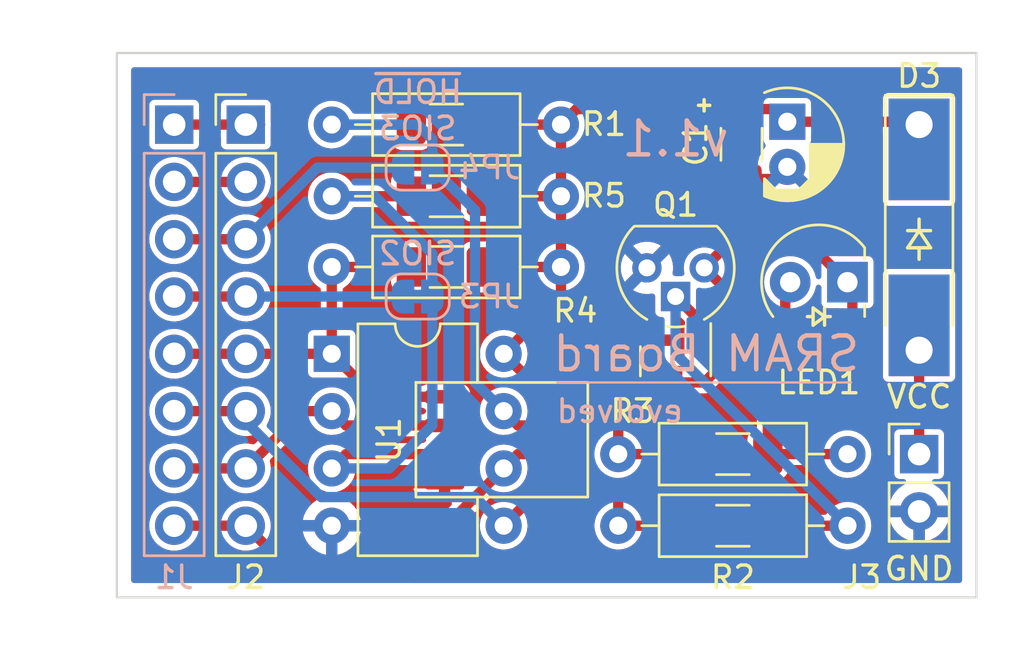
<source format=kicad_pcb>
(kicad_pcb (version 20211014) (generator pcbnew)
  (layers (0 "F.Cu" signal) (31 "B.Cu" signal) (34 "B.Paste" user) (35 "F.Paste" user) (36 "B.SilkS" user "B.Silkscreen") (37 "F.SilkS" user "F.Silkscreen") (38 "B.Mask" user) (39 "F.Mask" user) (44 "Edge.Cuts" user))
  (net 0 "")
  (net 1 "VCC")
  (net 2 "GND")
  (net 3 "Net-(D3-Pad2)")
  (net 4 "/~{HOLD}")
  (net 5 "/SIO2")
  (net 6 "/~{CS}")
  (net 7 "/MOSI")
  (net 8 "/MISO")
  (net 9 "/SCK")
  (net 10 "Net-(JP4-Pad1)")
  (net 11 "Net-(LED1-Pad1)")
  (net 12 "Net-(LED1-Pad2)")
  (net 13 "Net-(Q1-Pad1)")
  (net 14 "Net-(J1-Pad1)")
  (net 15 "Net-(J1-Pad2)")
  (net 16 "Net-(JP3-Pad2)")
  (footprint "SRAMBoard:LED_THT3mm_SMD1206" (layer "F.Cu") (at 158.115 118.11 180)
    (fp_text reference "LED1" (at 0 -1.905 unlocked) (layer "F.SilkS"))
    (fp_text value "LED")
    (fp_line (start -2.032 3.556) (end -2.032 4.064) (layer "F.SilkS") (width 0.12))
    (fp_line (start -2.032 1.016) (end -2.032 1.524) (layer "F.SilkS") (width 0.12))
    (fp_line (start 0.254 0.635) (end -0.254 1.016) (layer "F.SilkS") (width 0.15))
    (fp_line (start -0.254 0.635) (end -0.254 1.397) (layer "F.SilkS") (width 0.15))
    (fp_line (start -0.254 1.016) (end 0.254 1.397) (layer "F.SilkS") (width 0.15))
    (fp_line (start 0.254 1.397) (end 0.254 0.635) (layer "F.SilkS") (width 0.15))
    (fp_line (start 0.254 1.016) (end 0.508 1.016) (layer "F.SilkS") (width 0.15))
    (fp_line (start -0.508 1.016) (end -0.254 1.016) (layer "F.SilkS") (width 0.15))
    (fp_arc (start 2.032 1.016) (mid 1.524 4.572) (end -2.032 4.064) (layer "F.SilkS") (width 0.12))
    (pad "1" smd roundrect (at -1.4875 0 180) (size 1.425 1.75) (layers "F.Cu" "F.Paste" "F.Mask") (roundrect_rratio 0.1754392982) (net 11 "Net-(LED1-Pad1)"))
    (pad "1" thru_hole rect (at -1.27 2.54 180) (size 1.8 1.8) (drill 0.9) (layers *.Cu *.Mask) (net 11 "Net-(LED1-Pad1)"))
    (pad "2" smd roundrect (at 1.4875 0 180) (size 1.425 1.75) (layers "F.Cu" "F.Paste" "F.Mask") (roundrect_rratio 0.1754392982) (net 12 "Net-(LED1-Pad2)"))
    (pad "2" thru_hole circle (at 1.27 2.54 180) (size 1.8 1.8) (drill 0.9) (layers *.Cu *.Mask) (net 12 "Net-(LED1-Pad2)"))
  )
  (footprint "SRAMBoard:R_THT10.16mm_SMD1206" (layer "F.Cu") (at 141.605 108.585 180)
    (fp_text reference "R1" (at -6.985 0.02 unlocked) (layer "F.SilkS"))
    (fp_text value "1k")
    (fp_line (start -3.27 1.37) (end 3.27 1.37) (layer "F.SilkS") (width 0.12))
    (fp_line (start -0.727064 0.91) (end 0.727064 0.91) (layer "F.SilkS") (width 0.12))
    (fp_line (start 3.27 1.37) (end 3.27 -1.37) (layer "F.SilkS") (width 0.12))
    (fp_line (start -3.27 -1.37) (end -3.27 1.37) (layer "F.SilkS") (width 0.12))
    (fp_line (start -4.04 0) (end -3.27 0) (layer "F.SilkS") (width 0.12))
    (fp_line (start 4.04 0) (end 3.27 0) (layer "F.SilkS") (width 0.12))
    (fp_line (start 3.27 -1.37) (end -3.27 -1.37) (layer "F.SilkS") (width 0.12))
    (fp_line (start -0.727064 -0.91) (end 0.727064 -0.91) (layer "F.SilkS") (width 0.12))
    (pad "1" smd roundrect (at -1.55 0 180) (size 1.3 1.75) (layers "F.Cu" "F.Paste" "F.Mask") (roundrect_rratio 0.1923076923) (net 1 "VCC"))
    (pad "1" thru_hole circle (at -5.08 0 180) (size 1.6 1.6) (drill 0.8) (layers *.Cu *.Mask) (net 1 "VCC"))
    (pad "2" smd roundrect (at 1.55 0 180) (size 1.3 1.75) (layers "F.Cu" "F.Paste" "F.Mask") (roundrect_rratio 0.1923076923) (net 10 "Net-(JP4-Pad1)"))
    (pad "2" thru_hole oval (at 5.08 0 180) (size 1.6 1.6) (drill 0.8) (layers *.Cu *.Mask) (net 10 "Net-(JP4-Pad1)"))
  )
  (footprint "SRAMBoard:R_THT10.16mm_SMD1206" (layer "F.Cu") (at 154.305 126.365)
    (fp_text reference "R2" (at 0 2.286 unlocked) (layer "F.SilkS"))
    (fp_text value "10k")
    (fp_line (start -4.04 0) (end -3.27 0) (layer "F.SilkS") (width 0.12))
    (fp_line (start -0.727064 -0.91) (end 0.727064 -0.91) (layer "F.SilkS") (width 0.12))
    (fp_line (start -0.727064 0.91) (end 0.727064 0.91) (layer "F.SilkS") (width 0.12))
    (fp_line (start 4.04 0) (end 3.27 0) (layer "F.SilkS") (width 0.12))
    (fp_line (start 3.27 -1.37) (end -3.27 -1.37) (layer "F.SilkS") (width 0.12))
    (fp_line (start -3.27 -1.37) (end -3.27 1.37) (layer "F.SilkS") (width 0.12))
    (fp_line (start 3.27 1.37) (end 3.27 -1.37) (layer "F.SilkS") (width 0.12))
    (fp_line (start -3.27 1.37) (end 3.27 1.37) (layer "F.SilkS") (width 0.12))
    (pad "1" smd roundrect (at -1.55 0) (size 1.3 1.75) (layers "F.Cu" "F.Paste" "F.Mask") (roundrect_rratio 0.1923076923) (net 9 "/SCK"))
    (pad "1" thru_hole circle (at -5.08 0) (size 1.6 1.6) (drill 0.8) (layers *.Cu *.Mask) (net 9 "/SCK"))
    (pad "2" thru_hole oval (at 5.08 0) (size 1.6 1.6) (drill 0.8) (layers *.Cu *.Mask) (net 13 "Net-(Q1-Pad1)"))
    (pad "2" smd roundrect (at 1.55 0) (size 1.3 1.75) (layers "F.Cu" "F.Paste" "F.Mask") (roundrect_rratio 0.1923076923) (net 13 "Net-(Q1-Pad1)"))
  )
  (footprint "SRAMBoard:R_THT10.16mm_SMD1206" (layer "F.Cu") (at 154.305 123.19)
    (fp_text reference "R3" (at -4.445 -1.905 unlocked) (layer "F.SilkS"))
    (fp_text value "470")
    (fp_line (start -0.727064 -0.91) (end 0.727064 -0.91) (layer "F.SilkS") (width 0.12))
    (fp_line (start 4.04 0) (end 3.27 0) (layer "F.SilkS") (width 0.12))
    (fp_line (start 3.27 -1.37) (end -3.27 -1.37) (layer "F.SilkS") (width 0.12))
    (fp_line (start -3.27 1.37) (end 3.27 1.37) (layer "F.SilkS") (width 0.12))
    (fp_line (start 3.27 1.37) (end 3.27 -1.37) (layer "F.SilkS") (width 0.12))
    (fp_line (start -4.04 0) (end -3.27 0) (layer "F.SilkS") (width 0.12))
    (fp_line (start -3.27 -1.37) (end -3.27 1.37) (layer "F.SilkS") (width 0.12))
    (fp_line (start -0.727064 0.91) (end 0.727064 0.91) (layer "F.SilkS") (width 0.12))
    (pad "1" thru_hole circle (at -5.08 0) (size 1.6 1.6) (drill 0.8) (layers *.Cu *.Mask) (net 1 "VCC"))
    (pad "1" smd roundrect (at -1.55 0) (size 1.3 1.75) (layers "F.Cu" "F.Paste" "F.Mask") (roundrect_rratio 0.1923076923) (net 1 "VCC"))
    (pad "2" thru_hole oval (at 5.08 0) (size 1.6 1.6) (drill 0.8) (layers *.Cu *.Mask) (net 12 "Net-(LED1-Pad2)"))
    (pad "2" smd roundrect (at 1.55 0) (size 1.3 1.75) (layers "F.Cu" "F.Paste" "F.Mask") (roundrect_rratio 0.1923076923) (net 12 "Net-(LED1-Pad2)"))
  )
  (footprint "Connector_PinHeader_2.54mm:PinHeader_1x08_P2.54mm_Vertical" (layer "F.Cu") (at 132.715 108.585)
    (fp_text reference "J2" (at 0 20.066) (layer "F.SilkS"))
    (fp_text value "Conn_01x08_Male")
    (fp_line (start -1.33 -1.33) (end 0 -1.33) (layer "F.SilkS") (width 0.12))
    (fp_line (start -1.33 0) (end -1.33 -1.33) (layer "F.SilkS") (width 0.12))
    (fp_line (start -1.33 1.27) (end -1.33 19.11) (layer "F.SilkS") (width 0.12))
    (fp_line (start -1.33 19.11) (end 1.33 19.11) (layer "F.SilkS") (width 0.12))
    (fp_line (start 1.33 1.27) (end 1.33 19.11) (layer "F.SilkS") (width 0.12))
    (fp_line (start -1.33 1.27) (end 1.33 1.27) (layer "F.SilkS") (width 0.12))
    (pad "1" thru_hole rect (at 0 0) (size 1.7 1.7) (drill 1) (layers *.Cu *.Mask) (net 14 "Net-(J1-Pad1)"))
    (pad "2" thru_hole oval (at 0 2.54) (size 1.7 1.7) (drill 1) (layers *.Cu *.Mask) (net 15 "Net-(J1-Pad2)"))
    (pad "3" thru_hole oval (at 0 5.08) (size 1.7 1.7) (drill 1) (layers *.Cu *.Mask) (net 4 "/~{HOLD}"))
    (pad "4" thru_hole oval (at 0 7.62) (size 1.7 1.7) (drill 1) (layers *.Cu *.Mask) (net 5 "/SIO2"))
    (pad "5" thru_hole oval (at 0 10.16) (size 1.7 1.7) (drill 1) (layers *.Cu *.Mask) (net 6 "/~{CS}"))
    (pad "6" thru_hole oval (at 0 12.7) (size 1.7 1.7) (drill 1) (layers *.Cu *.Mask) (net 7 "/MOSI"))
    (pad "7" thru_hole oval (at 0 15.24) (size 1.7 1.7) (drill 1) (layers *.Cu *.Mask) (net 8 "/MISO"))
    (pad "8" thru_hole oval (at 0 17.78) (size 1.7 1.7) (drill 1) (layers *.Cu *.Mask) (net 9 "/SCK"))
  )
  (footprint "SRAMBoard:DIP_SO_8" (layer "F.Cu") (at 140.255 122.555)
    (fp_text reference "U1" (at -1.19 0 90 unlocked) (layer "F.SilkS"))
    (fp_text value "23LC1024")
    (fp_line (start -0.92 -5.14) (end -2.57 -5.14) (layer "F.SilkS") (width 0.12))
    (fp_line (start 2.73 5.14) (end 2.73 2.54) (layer "F.SilkS") (width 0.12))
    (fp_line (start -2.57 5.14) (end 2.73 5.14) (layer "F.SilkS") (width 0.12))
    (fp_line (start 2.73 -2.54) (end 2.73 -5.14) (layer "F.SilkS") (width 0.12))
    (fp_line (start 2.73 -5.14) (end 1.08 -5.14) (layer "F.SilkS") (width 0.12))
    (fp_line (start -2.57 -5.14) (end -2.57 5.14) (layer "F.SilkS") (width 0.12))
    (fp_rect (start 0 -2.54) (end 7.62 2.54) (layer "F.SilkS") (width 0.12) (fill none))
    (fp_arc (start 1.08 -5.14) (mid 0.08 -4.14) (end -0.92 -5.14) (layer "F.SilkS") (width 0.12))
    (pad "1" thru_hole rect (at -3.73 -3.81) (size 1.6 1.6) (drill 0.8) (layers *.Cu *.Mask) (net 6 "/~{CS}"))
    (pad "1" smd roundrect (at 1.27 -1.905) (size 1.75 0.6) (layers "F.Cu" "F.Paste" "F.Mask") (net 6 "/~{CS}"))
    (pad "2" thru_hole oval (at -3.73 -1.27) (size 1.6 1.6) (drill 0.8) (layers *.Cu *.Mask) (net 8 "/MISO"))
    (pad "2" smd roundrect (at 1.27 -0.635) (size 1.75 0.6) (layers "F.Cu" "F.Paste" "F.Mask") (net 8 "/MISO"))
    (pad "3" thru_hole oval (at -3.73 1.27) (size 1.6 1.6) (drill 0.8) (layers *.Cu *.Mask) (net 16 "Net-(JP3-Pad2)"))
    (pad "3" smd roundrect (at 1.27 0.635) (size 1.75 0.6) (layers "F.Cu" "F.Paste" "F.Mask") (net 16 "Net-(JP3-Pad2)"))
    (pad "4" smd roundrect (at 1.27 1.905) (size 1.75 0.6) (layers "F.Cu" "F.Paste" "F.Mask") (net 2 "GND"))
    (pad "4" thru_hole oval (at -3.73 3.81) (size 1.6 1.6) (drill 0.8) (layers *.Cu *.Mask) (net 2 "GND"))
    (pad "5" smd roundrect (at 6.42 1.905) (size 1.75 0.6) (layers "F.Cu" "F.Paste" "F.Mask") (net 7 "/MOSI"))
    (pad "5" thru_hole oval (at 3.89 3.81) (size 1.6 1.6) (drill 0.8) (layers *.Cu *.Mask) (net 7 "/MOSI"))
    (pad "6" smd roundrect (at 6.42 0.635) (size 1.75 0.6) (layers "F.Cu" "F.Paste" "F.Mask") (net 9 "/SCK"))
    (pad "6" thru_hole oval (at 3.89 1.27) (size 1.6 1.6) (drill 0.8) (layers *.Cu *.Mask) (net 9 "/SCK"))
    (pad "7" smd roundrect (at 6.42 -0.635) (size 1.75 0.6) (layers "F.Cu" "F.Paste" "F.Mask") (net 10 "Net-(JP4-Pad1)"))
    (pad "7" thru_hole oval (at 3.89 -1.27) (size 1.6 1.6) (drill 0.8) (layers *.Cu *.Mask) (net 10 "Net-(JP4-Pad1)"))
    (pad "8" thru_hole oval (at 3.89 -3.81) (size 1.6 1.6) (drill 0.8) (layers *.Cu *.Mask) (net 1 "VCC"))
    (pad "8" smd roundrect (at 6.42 -1.905) (size 1.75 0.6) (layers "F.Cu" "F.Paste" "F.Mask") (net 1 "VCC"))
  )
  (footprint "SRAMBoard:C_THT10.16mm_SMD1206" (layer "F.Cu") (at 156.718 109.458)
    (fp_text reference "C1" (at -4.064 0 90 unlocked) (layer "F.SilkS"))
    (fp_text value "100uF")
    (fp_line (start -3.687 -1.477) (end -3.687 -1.977) (layer "F.SilkS") (width 0.153))
    (fp_line (start -3.937 -1.727) (end -3.437 -1.727) (layer "F.SilkS") (width 0.153))
    (fp_line (start -1.122 -0.711252) (end -1.122 0.711252) (layer "F.SilkS") (width 0.12))
    (fp_line (start -2.942 -0.711252) (end -2.942 0.711252) (layer "F.SilkS") (width 0.12))
    (fp_arc (start -1.016 -2.285999) (mid 2.501609 0) (end -1.016 2.285999) (layer "F.SilkS") (width 0.12))
    (fp_poly (pts (xy 1.016 1.524) (xy 1.016 0) (arc (start 2.501609 0) (mid 1.36316 2.09758) (end -1.016 2.285999)) (xy -1.016 1.524) (xy -0.508 2.032) (xy 0.508 2.032)) (layer "F.SilkS") (width 0.12) (fill solid))
    (pad "1" smd roundrect (at -2.032 -1.5625 270) (size 1.325 1.8) (layers "F.Cu" "F.Paste" "F.Mask") (roundrect_rratio 0.1886792453) (net 1 "VCC"))
    (pad "1" thru_hole rect (at 0 -1 270) (size 1.6 1.6) (drill 0.8) (layers *.Cu *.Mask) (net 1 "VCC"))
    (pad "2" smd roundrect (at -2.032 1.5625 270) (size 1.325 1.8) (layers "F.Cu" "F.Paste" "F.Mask") (roundrect_rratio 0.1886792453) (net 2 "GND"))
    (pad "2" thru_hole circle (at 0 1 270) (size 1.6 1.6) (drill 0.8) (layers *.Cu *.Mask) (net 2 "GND"))
  )
  (footprint "SRAMBoard:Q_SOT23_TO92" (layer "F.Cu") (at 151.765 116.205 -90)
    (fp_text reference "Q1" (at -4.064 0 unlocked) (layer "F.SilkS"))
    (fp_text value "BC817/BC337")
    (fp_line (start -3.12 -1.8) (end -3.12 1.8) (layer "F.SilkS") (width 0.12))
    (fp_line (start 2.8725 1.56) (end 3.5225 1.56) (layer "F.SilkS") (width 0.12))
    (fp_line (start 2.8725 -1.56) (end 3.5225 -1.56) (layer "F.SilkS") (width 0.12))
    (fp_line (start 2.8725 1.56) (end 2.2225 1.56) (layer "F.SilkS") (width 0.12))
    (fp_line (start 2.8725 -1.56) (end 1.1975 -1.56) (layer "F.SilkS") (width 0.12))
    (fp_arc (start 1.016 1.27) (mid -0.904993 2.579018) (end -3.108478 1.838478) (layer "F.SilkS") (width 0.12))
    (fp_arc (start 1.320799 -0.4064) (mid 1.35248 0.000038) (end 1.320787 0.406476) (layer "F.SilkS") (width 0.12))
    (fp_arc (start -3.108478 -1.838478) (mid -0.904994 -2.579014) (end 1.016 -1.27) (layer "F.SilkS") (width 0.12))
    (pad "1" smd roundrect (at 1.935 -0.95 270) (size 1.475 0.6) (layers "F.Cu" "F.Paste" "F.Mask") (net 13 "Net-(Q1-Pad1)"))
    (pad "1" thru_hole rect (at 0 0 180) (size 1.3 1.3) (drill 0.75) (layers *.Cu *.Mask) (net 13 "Net-(Q1-Pad1)"))
    (pad "2" smd roundrect (at 1.935 0.95 270) (size 1.475 0.6) (layers "F.Cu" "F.Paste" "F.Mask") (net 2 "GND"))
    (pad "2" thru_hole circle (at -1.27 1.27 180) (size 1.3 1.3) (drill 0.75) (layers *.Cu *.Mask) (net 2 "GND"))
    (pad "3" thru_hole circle (at -1.27 -1.27 180) (size 1.3 1.3) (drill 0.75) (layers *.Cu *.Mask) (net 11 "Net-(LED1-Pad1)"))
    (pad "3" smd roundrect (at 3.81 0 270) (size 1.475 0.6) (layers "F.Cu" "F.Paste" "F.Mask") (net 11 "Net-(LED1-Pad1)"))
  )
  (footprint "Connector_PinHeader_2.54mm:PinHeader_1x02_P2.54mm_Vertical" (layer "F.Cu") (at 162.56 123.19)
    (fp_text reference "J3" (at -2.54 5.461) (layer "F.SilkS"))
    (fp_text value "Conn_01x02")
    (fp_line (start -1.33 1.27) (end -1.33 3.87) (layer "F.SilkS") (width 0.12))
    (fp_line (start -1.33 -1.33) (end 0 -1.33) (layer "F.SilkS") (width 0.12))
    (fp_line (start -1.33 0) (end -1.33 -1.33) (layer "F.SilkS") (width 0.12))
    (fp_line (start 1.33 1.27) (end 1.33 3.87) (layer "F.SilkS") (width 0.12))
    (fp_line (start -1.33 1.27) (end 1.33 1.27) (layer "F.SilkS") (width 0.12))
    (fp_line (start -1.33 3.87) (end 1.33 3.87) (layer "F.SilkS") (width 0.12))
    (pad "1" thru_hole rect (at 0 0) (size 1.7 1.7) (drill 1) (layers *.Cu *.Mask) (net 3 "Net-(D3-Pad2)"))
    (pad "2" thru_hole oval (at 0 2.54) (size 1.7 1.7) (drill 1) (layers *.Cu *.Mask) (net 2 "GND"))
  )
  (footprint "SRAMBoard:R_THT10.16mm_SMD1206" (layer "F.Cu") (at 141.605 114.895)
    (fp_text reference "R4" (at 5.715 1.945 unlocked) (layer "F.SilkS"))
    (fp_text value "10k")
    (fp_line (start 3.27 -1.37) (end -3.27 -1.37) (layer "F.SilkS") (width 0.12))
    (fp_line (start -3.27 -1.37) (end -3.27 1.37) (layer "F.SilkS") (width 0.12))
    (fp_line (start 3.27 1.37) (end 3.27 -1.37) (layer "F.SilkS") (width 0.12))
    (fp_line (start -0.727064 0.91) (end 0.727064 0.91) (layer "F.SilkS") (width 0.12))
    (fp_line (start -4.04 0) (end -3.27 0) (layer "F.SilkS") (width 0.12))
    (fp_line (start 4.04 0) (end 3.27 0) (layer "F.SilkS") (width 0.12))
    (fp_line (start -3.27 1.37) (end 3.27 1.37) (layer "F.SilkS") (width 0.12))
    (fp_line (start -0.727064 -0.91) (end 0.727064 -0.91) (layer "F.SilkS") (width 0.12))
    (pad "1" thru_hole circle (at -5.08 0) (size 1.6 1.6) (drill 0.8) (layers *.Cu *.Mask) (net 6 "/~{CS}"))
    (pad "1" smd roundrect (at -1.55 0) (size 1.3 1.75) (layers "F.Cu" "F.Paste" "F.Mask") (roundrect_rratio 0.1923076923) (net 6 "/~{CS}"))
    (pad "2" thru_hole oval (at 5.08 0) (size 1.6 1.6) (drill 0.8) (layers *.Cu *.Mask) (net 1 "VCC"))
    (pad "2" smd roundrect (at 1.55 0) (size 1.3 1.75) (layers "F.Cu" "F.Paste" "F.Mask") (roundrect_rratio 0.1923076923) (net 1 "VCC"))
  )
  (footprint "SRAMBoard:R_THT10.16mm_SMD1206" (layer "F.Cu") (at 141.605 111.76 180)
    (fp_text reference "R5" (at -6.985 0.02 unlocked) (layer "F.SilkS"))
    (fp_text value "1k")
    (fp_line (start -3.27 1.37) (end 3.27 1.37) (layer "F.SilkS") (width 0.12))
    (fp_line (start -3.27 -1.37) (end -3.27 1.37) (layer "F.SilkS") (width 0.12))
    (fp_line (start 3.27 1.37) (end 3.27 -1.37) (layer "F.SilkS") (width 0.12))
    (fp_line (start -0.727064 0.91) (end 0.727064 0.91) (layer "F.SilkS") (width 0.12))
    (fp_line (start 3.27 -1.37) (end -3.27 -1.37) (layer "F.SilkS") (width 0.12))
    (fp_line (start 4.04 0) (end 3.27 0) (layer "F.SilkS") (width 0.12))
    (fp_line (start -4.04 0) (end -3.27 0) (layer "F.SilkS") (width 0.12))
    (fp_line (start -0.727064 -0.91) (end 0.727064 -0.91) (layer "F.SilkS") (width 0.12))
    (pad "1" thru_hole circle (at -5.08 0 180) (size 1.6 1.6) (drill 0.8) (layers *.Cu *.Mask) (net 1 "VCC"))
    (pad "1" smd roundrect (at -1.55 0 180) (size 1.3 1.75) (layers "F.Cu" "F.Paste" "F.Mask") (roundrect_rratio 0.1923076923) (net 1 "VCC"))
    (pad "2" smd roundrect (at 1.55 0 180) (size 1.3 1.75) (layers "F.Cu" "F.Paste" "F.Mask") (roundrect_rratio 0.1923076923) (net 16 "Net-(JP3-Pad2)"))
    (pad "2" thru_hole oval (at 5.08 0 180) (size 1.6 1.6) (drill 0.8) (layers *.Cu *.Mask) (net 16 "Net-(JP3-Pad2)"))
  )
  (footprint "Diode_SMD:D_MELF-RM10_Universal_Handsoldering" (layer "F.Cu") (at 162.56 113.585 -90)
    (fp_text reference "D3" (at -7.159 0) (layer "F.SilkS"))
    (fp_text value "1N4004")
    (fp_line (start -6.3 -1.5) (end -6.3 1.5) (layer "F.SilkS") (width 0.12))
    (fp_line (start -6.3 1.5) (end 3.9 1.5) (layer "F.SilkS") (width 0.12))
    (fp_line (start 3.9 -1.5) (end -6.3 -1.5) (layer "F.SilkS") (width 0.12))
    (pad "1" thru_hole rect (at -5 0 270) (size 4.5 2.7) (drill 1.19888 (offset 1.1 0)) (layers *.Cu *.Mask) (net 1 "VCC"))
    (pad "2" thru_hole rect (at 5 0 90) (size 4.5 2.7) (drill 1.19888 (offset 1.1 0)) (layers *.Cu *.Mask) (net 3 "Net-(D3-Pad2)"))
  )
  (footprint "Jumper:SolderJumper-2_P1.3mm_Bridged_RoundedPad1.0x1.5mm" (layer "B.Cu") (at 140.335 116.205)
    (fp_text reference "JP3" (at 3.175 0) (layer "B.SilkS") (effects (justify mirror)))
    (fp_text value "SolderJumper_2_Bridged")
    (fp_poly (pts (xy 0.25 0.3) (xy -0.25 0.3) (xy -0.25 -0.3) (xy 0.25 -0.3)) (layer "B.Cu") (width 0) (fill solid))
    (fp_line (start 1.4 0.3) (end 1.4 -0.3) (layer "B.SilkS") (width 0.12))
    (fp_line (start -0.7 1) (end 0.7 1) (layer "B.SilkS") (width 0.12))
    (fp_line (start -1.4 -0.3) (end -1.4 0.3) (layer "B.SilkS") (width 0.12))
    (fp_line (start 0.7 -1) (end -0.7 -1) (layer "B.SilkS") (width 0.12))
    (fp_arc (start -0.7 1) (mid -1.194975 0.794975) (end -1.4 0.3) (layer "B.SilkS") (width 0.12))
    (fp_arc (start -1.4 -0.3) (mid -1.194975 -0.794975) (end -0.7 -1) (layer "B.SilkS") (width 0.12))
    (fp_arc (start 1.4 0.3) (mid 1.194975 0.794975) (end 0.7 1) (layer "B.SilkS") (width 0.12))
    (fp_arc (start 0.7 -1) (mid 1.194975 -0.794975) (end 1.4 -0.3) (layer "B.SilkS") (width 0.12))
    (pad "1" smd custom (at -0.65 0) (size 1 0.5) (layers "B.Cu" "B.Mask") (net 5 "/SIO2") (options (clearance outline) (anchor rect)) (primitives (gr_circle (center 0 -0.25) (end 0.5 -0.25) (width 0) (fill yes)) (gr_circle (center 0 0.25) (end 0.5 0.25) (width 0) (fill yes)) (gr_poly (pts (xy 0.5 -0.75) (xy 0 -0.75) (xy 0 0.75) (xy 0.5 0.75)) (width 0) (fill yes))))
    (pad "2" smd custom (at 0.65 0) (size 1 0.5) (layers "B.Cu" "B.Mask") (net 16 "Net-(JP3-Pad2)") (options (clearance outline) (anchor rect)) (primitives (gr_circle (center 0 -0.25) (end 0.5 -0.25) (width 0) (fill yes)) (gr_circle (center 0 0.25) (end 0.5 0.25) (width 0) (fill yes)) (gr_poly (pts (xy 0 -0.75) (xy -0.5 -0.75) (xy -0.5 0.75) (xy 0 0.75)) (width 0) (fill yes))))
  )
  (footprint "Connector_PinSocket_2.54mm:PinSocket_1x08_P2.54mm_Vertical" (layer "B.Cu") (at 129.54 108.585 180)
    (fp_text reference "J1" (at 0 -20.066) (layer "B.SilkS") (effects (justify mirror)))
    (fp_text value "Conn_01x08_Female")
    (fp_line (start 1.33 -1.27) (end 1.33 -19.11) (layer "B.SilkS") (width 0.12))
    (fp_line (start 0 1.33) (end 1.33 1.33) (layer "B.SilkS") (width 0.12))
    (fp_line (start -1.33 -1.27) (end 1.33 -1.27) (layer "B.SilkS") (width 0.12))
    (fp_line (start -1.33 -1.27) (end -1.33 -19.11) (layer "B.SilkS") (width 0.12))
    (fp_line (start 1.33 1.33) (end 1.33 0) (layer "B.SilkS") (width 0.12))
    (fp_line (start -1.33 -19.11) (end 1.33 -19.11) (layer "B.SilkS") (width 0.12))
    (pad "1" thru_hole rect (at 0 0 180) (size 1.7 1.7) (drill 1) (layers *.Cu *.Mask) (net 14 "Net-(J1-Pad1)"))
    (pad "2" thru_hole oval (at 0 -2.54 180) (size 1.7 1.7) (drill 1) (layers *.Cu *.Mask) (net 15 "Net-(J1-Pad2)"))
    (pad "3" thru_hole oval (at 0 -5.08 180) (size 1.7 1.7) (drill 1) (layers *.Cu *.Mask) (net 4 "/~{HOLD}"))
    (pad "4" thru_hole oval (at 0 -7.62 180) (size 1.7 1.7) (drill 1) (layers *.Cu *.Mask) (net 5 "/SIO2"))
    (pad "5" thru_hole oval (at 0 -10.16 180) (size 1.7 1.7) (drill 1) (layers *.Cu *.Mask) (net 6 "/~{CS}"))
    (pad "6" thru_hole oval (at 0 -12.7 180) (size 1.7 1.7) (drill 1) (layers *.Cu *.Mask) (net 7 "/MOSI"))
    (pad "7" thru_hole oval (at 0 -15.24 180) (size 1.7 1.7) (drill 1) (layers *.Cu *.Mask) (net 8 "/MISO"))
    (pad "8" thru_hole oval (at 0 -17.78 180) (size 1.7 1.7) (drill 1) (layers *.Cu *.Mask) (net 9 "/SCK"))
  )
  (footprint "Jumper:SolderJumper-2_P1.3mm_Open_RoundedPad1.0x1.5mm" (layer "B.Cu") (at 140.335 110.49 180)
    (fp_text reference "JP4" (at -3.175 0) (layer "B.SilkS") (effects (justify mirror)))
    (fp_text value "SolderJumper_2_Open")
    (fp_line (start -1.4 -0.3) (end -1.4 0.3) (layer "B.SilkS") (width 0.12))
    (fp_line (start 0.7 -1) (end -0.7 -1) (layer "B.SilkS") (width 0.12))
    (fp_line (start -0.7 1) (end 0.7 1) (layer "B.SilkS") (width 0.12))
    (fp_line (start 1.4 0.3) (end 1.4 -0.3) (layer "B.SilkS") (width 0.12))
    (fp_arc (start 0.7 -1) (mid 1.194975 -0.794975) (end 1.4 -0.3) (layer "B.SilkS") (width 0.12))
    (fp_arc (start -1.4 -0.3) (mid -1.194975 -0.794975) (end -0.7 -1) (layer "B.SilkS") (width 0.12))
    (fp_arc (start 1.4 0.3) (mid 1.194975 0.794975) (end 0.7 1) (layer "B.SilkS") (width 0.12))
    (fp_arc (start -0.7 1) (mid -1.194975 0.794975) (end -1.4 0.3) (layer "B.SilkS") (width 0.12))
    (pad "1" smd custom (at -0.65 0 180) (size 1 0.5) (layers "B.Cu" "B.Mask") (net 10 "Net-(JP4-Pad1)") (options (clearance outline) (anchor rect)) (primitives (gr_circle (center 0 -0.25) (end 0.5 -0.25) (width 0) (fill yes)) (gr_circle (center 0 0.25) (end 0.5 0.25) (width 0) (fill yes)) (gr_poly (pts (xy 0.5 -0.75) (xy 0 -0.75) (xy 0 0.75) (xy 0.5 0.75)) (width 0) (fill yes))))
    (pad "2" smd custom (at 0.65 0 180) (size 1 0.5) (layers "B.Cu" "B.Mask") (net 4 "/~{HOLD}") (options (clearance outline) (anchor rect)) (primitives (gr_circle (center 0 -0.25) (end 0.5 -0.25) (width 0) (fill yes)) (gr_circle (center 0 0.25) (end 0.5 0.25) (width 0) (fill yes)) (gr_poly (pts (xy 0 -0.75) (xy -0.5 -0.75) (xy -0.5 0.75) (xy 0 0.75)) (width 0) (fill yes))))
  )
  (gr_line (start 146.52625 120.015) (end 159.54375 120.015) (layer "B.SilkS") (width 0.1))
  (gr_line (start 162.56 114.046) (end 162.56 114.554) (layer "F.SilkS") (width 0.153))
  (gr_line (start 162.56 113.284) (end 163.068 114.046) (layer "F.SilkS") (width 0.153))
  (gr_line (start 162.052 114.046) (end 162.56 113.284) (layer "F.SilkS") (width 0.153))
  (gr_line (start 163.068 114.046) (end 162.052 114.046) (layer "F.SilkS") (width 0.153))
  (gr_line (start 162.052 113.284) (end 163.068 113.284) (layer "F.SilkS") (width 0.153))
  (gr_line (start 162.56 113.284) (end 162.56 112.776) (layer "F.SilkS") (width 0.153))
  (gr_rect (start 127 105.41) (end 165.1 129.54) (layer "Edge.Cuts") (width 0.1) (fill none))
  (gr_text "~{HOLD}\nSIO3" (at 140.335 107.95) (layer "B.SilkS") (effects (font (size 1 1) (thickness 0.153)) (justify mirror)))
  (gr_text "v1.1" (at 151.765 109.22) (layer "B.SilkS") (effects (font (size 1.5 1.5) (thickness 0.2)) (justify mirror)))
  (gr_text "SIO2" (at 140.335 114.3) (layer "B.SilkS") (effects (font (size 1 1) (thickness 0.153)) (justify mirror)))
  (gr_text "evolved" (at 146.39925 121.285) (layer "B.SilkS") (effects (font (size 1 1) (thickness 0.153)) (justify right mirror)))
  (gr_text "SRAM Board" (at 146.20875 118.745) (layer "B.SilkS") (effects (font (size 1.5 1.5) (thickness 0.2)) (justify right mirror)))
  (gr_text "GND" (at 162.56 128.27) (layer "F.SilkS") (effects (font (size 1 1) (thickness 0.153))))
  (gr_text "VCC" (at 162.56 120.65) (layer "F.SilkS") (effects (font (size 1 1) (thickness 0.153))))
  (segment (start 143.155 114.895) (end 146.685 114.895) (width 0.4572) (layer "F.Cu") (net 1))
  (segment (start 154.686 107.8955) (end 156.1555 107.8955) (width 0.4572) (layer "F.Cu") (net 1))
  (segment (start 146.05 120.65) (end 144.145 118.745) (width 0.4572) (layer "F.Cu") (net 1))
  (segment (start 146.685 108.565) (end 146.685 111.74) (width 0.4572) (layer "F.Cu") (net 1))
  (segment (start 162.433 108.458) (end 162.56 108.585) (width 0.4572) (layer "F.Cu") (net 1))
  (segment (start 146.675 120.65) (end 146.05 120.65) (width 0.4572) (layer "F.Cu") (net 1))
  (segment (start 149.225 123.19) (end 149.225 122.05863) (width 0.4572) (layer "F.Cu") (net 1))
  (segment (start 146.685 114.915) (end 146.685 111.74) (width 0.4572) (layer "F.Cu") (net 1))
  (segment (start 154.686 107.8955) (end 147.3745 107.8955) (width 0.4572) (layer "F.Cu") (net 1))
  (segment (start 143.155 111.76) (end 146.685 111.76) (width 0.4572) (layer "F.Cu") (net 1))
  (segment (start 149.225 123.19) (end 152.755 123.19) (width 0.4572) (layer "F.Cu") (net 1))
  (segment (start 147.3745 107.8955) (end 146.685 108.585) (width 0.4572) (layer "F.Cu") (net 1))
  (segment (start 146.685 116.205) (end 144.145 118.745) (width 0.4572) (layer "F.Cu") (net 1))
  (segment (start 143.155 108.585) (end 146.685 108.585) (width 0.4572) (layer "F.Cu") (net 1))
  (segment (start 156.1555 107.8955) (end 156.718 108.458) (width 0.4572) (layer "F.Cu") (net 1))
  (segment (start 147.81637 120.65) (end 146.675 120.65) (width 0.4572) (layer "F.Cu") (net 1))
  (segment (start 149.225 122.05863) (end 147.81637 120.65) (width 0.4572) (layer "F.Cu") (net 1))
  (segment (start 156.718 108.458) (end 162.433 108.458) (width 0.4572) (layer "F.Cu") (net 1))
  (segment (start 146.685 114.895) (end 146.685 116.205) (width 0.4572) (layer "F.Cu") (net 1))
  (segment (start 156.1555 111.0205) (end 156.718 110.458) (width 0.4572) (layer "F.Cu") (net 2))
  (segment (start 154.686 111.0205) (end 156.1555 111.0205) (width 0.4572) (layer "F.Cu") (net 2))
  (segment (start 162.56 123.19) (end 162.56 118.585) (width 0.4572) (layer "F.Cu") (net 3))
  (segment (start 132.715 113.665) (end 129.54 113.665) (width 0.4572) (layer "F.Cu") (net 4))
  (segment (start 132.715 113.665) (end 135.89 110.49) (width 0.4572) (layer "B.Cu") (net 4))
  (segment (start 135.89 110.49) (end 139.685 110.49) (width 0.4572) (layer "B.Cu") (net 4))
  (segment (start 132.715 116.205) (end 129.54 116.205) (width 0.4572) (layer "F.Cu") (net 5))
  (segment (start 139.685 116.205) (end 132.715 116.205) (width 0.4572) (layer "B.Cu") (net 5))
  (segment (start 132.715 118.745) (end 136.525 118.745) (width 0.4572) (layer "F.Cu") (net 6))
  (segment (start 136.525 114.895) (end 140.055 114.895) (width 0.4572) (layer "F.Cu") (net 6))
  (segment (start 136.525 118.745) (end 136.525 114.895) (width 0.4572) (layer "F.Cu") (net 6))
  (segment (start 138.43 120.65) (end 136.525 118.745) (width 0.4572) (layer "F.Cu") (net 6))
  (segment (start 141.525 120.65) (end 138.43 120.65) (width 0.4572) (layer "F.Cu") (net 6))
  (segment (start 132.715 118.745) (end 129.54 118.745) (width 0.4572) (layer "F.Cu") (net 6))
  (segment (start 146.675 124.46) (end 146.05 124.46) (width 0.4572) (layer "F.Cu") (net 7))
  (segment (start 146.05 124.46) (end 144.145 126.365) (width 0.4572) (layer "F.Cu") (net 7))
  (segment (start 132.715 121.285) (end 129.54 121.285) (width 0.4572) (layer "F.Cu") (net 7))
  (segment (start 132.715 121.751812) (end 136.058188 125.095) (width 0.4572) (layer "B.Cu") (net 7))
  (segment (start 132.715 121.285) (end 132.715 121.751812) (width 0.4572) (layer "B.Cu") (net 7))
  (segment (start 136.058188 125.095) (end 142.875 125.095) (width 0.4572) (layer "B.Cu") (net 7))
  (segment (start 142.875 125.095) (end 144.145 126.365) (width 0.4572) (layer "B.Cu") (net 7))
  (segment (start 132.715 123.825) (end 135.255 121.285) (width 0.4572) (layer "F.Cu") (net 8))
  (segment (start 141.525 121.92) (end 137.16 121.92) (width 0.4572) (layer "F.Cu") (net 8))
  (segment (start 135.255 121.285) (end 136.525 121.285) (width 0.4572) (layer "F.Cu") (net 8))
  (segment (start 132.715 123.825) (end 129.54 123.825) (width 0.4572) (layer "F.Cu") (net 8))
  (segment (start 137.16 121.92) (end 136.525 121.285) (width 0.4572) (layer "F.Cu") (net 8))
  (segment (start 149.225 125.095) (end 147.32 123.19) (width 0.4572) (layer "F.Cu") (net 9))
  (segment (start 144.145 123.825) (end 144.78 123.19) (width 0.4572) (layer "F.Cu") (net 9))
  (segment (start 132.715 126.365) (end 129.54 126.365) (width 0.4572) (layer "F.Cu") (net 9))
  (segment (start 134.62 128.27) (end 139.7 128.27) (width 0.4572) (layer "F.Cu") (net 9))
  (segment (start 132.715 126.365) (end 134.62 128.27) (width 0.4572) (layer "F.Cu") (net 9))
  (segment (start 147.32 123.19) (end 146.675 123.19) (width 0.4572) (layer "F.Cu") (net 9))
  (segment (start 149.225 126.365) (end 149.225 125.095) (width 0.4572) (layer "F.Cu") (net 9))
  (segment (start 149.225 126.365) (end 152.755 126.365) (width 0.4572) (layer "F.Cu") (net 9))
  (segment (start 144.78 123.19) (end 146.675 123.19) (width 0.4572) (layer "F.Cu") (net 9))
  (segment (start 139.7 128.27) (end 144.145 123.825) (width 0.4572) (layer "F.Cu") (net 9))
  (segment (start 136.525 108.585) (end 140.055 108.585) (width 0.4572) (layer "F.Cu") (net 10))
  (segment (start 144.145 121.285) (end 144.78 121.92) (width 0.4572) (layer "F.Cu") (net 10))
  (segment (start 144.78 121.92) (end 146.675 121.92) (width 0.4572) (layer "F.Cu") (net 10))
  (segment (start 140.985 109.235) (end 140.335 108.585) (width 0.4572) (layer "B.Cu") (net 10))
  (segment (start 140.985 110.49) (end 140.985 109.235) (width 0.4572) (layer "B.Cu") (net 10))
  (segment (start 144.145 121.285) (end 142.875 120.015) (width 0.4572) (layer "B.Cu") (net 10))
  (segment (start 142.875 112.38) (end 140.985 110.49) (width 0.4572) (layer "B.Cu") (net 10))
  (segment (start 140.335 108.585) (end 136.525 108.585) (width 0.4572) (layer "B.Cu") (net 10))
  (segment (start 142.875 120.015) (end 142.875 112.38) (width 0.4572) (layer "B.Cu") (net 10))
  (segment (start 151.765 120.015) (end 153.035 120.015) (width 0.4572) (layer "F.Cu") (net 11))
  (segment (start 159.6025 115.7875) (end 159.385 115.57) (width 0.4572) (layer "F.Cu") (net 11))
  (segment (start 157.48 113.665) (end 159.385 115.57) (width 0.4572) (layer "F.Cu") (net 11))
  (segment (start 154.305 116.205) (end 153.035 114.935) (width 0.4572) (layer "F.Cu") (net 11))
  (segment (start 154.305 113.665) (end 153.035 114.935) (width 0.4572) (layer "F.Cu") (net 11))
  (segment (start 153.035 120.015) (end 154.305 118.745) (width 0.4572) (layer "F.Cu") (net 11))
  (segment (start 154.305 118.745) (end 154.305 116.205) (width 0.4572) (layer "F.Cu") (net 11))
  (segment (start 159.6025 118.11) (end 159.6025 115.7875) (width 0.4572) (layer "F.Cu") (net 11))
  (segment (start 157.48 113.665) (end 154.305 113.665) (width 0.4572) (layer "F.Cu") (net 11))
  (segment (start 156.6275 115.7875) (end 156.845 115.57) (width 0.4572) (layer "F.Cu") (net 12))
  (segment (start 156.6275 118.11) (end 156.6275 115.7875) (width 0.4572) (layer "F.Cu") (net 12))
  (segment (start 156.6275 120.2325) (end 155.855 121.005) (width 0.4572) (layer "F.Cu") (net 12))
  (segment (start 155.855 123.19) (end 159.385 123.19) (width 0.4572) (layer "F.Cu") (net 12))
  (segment (start 155.855 121.005) (end 155.855 123.17) (width 0.4572) (layer "F.Cu") (net 12))
  (segment (start 156.6275 118.11) (end 156.6275 120.2325) (width 0.4572) (layer "F.Cu") (net 12))
  (segment (start 155.855 126.365) (end 159.385 126.365) (width 0.4572) (layer "F.Cu") (net 13))
  (segment (start 152.715 118.14) (end 152.715 117.155) (width 0.4572) (layer "F.Cu") (net 13))
  (segment (start 152.715 117.155) (end 151.765 116.205) (width 0.4572) (layer "F.Cu") (net 13))
  (segment (start 151.765 118.745) (end 159.385 126.365) (width 0.4572) (layer "B.Cu") (net 13))
  (segment (start 151.765 116.205) (end 151.765 118.745) (width 0.4572) (layer "B.Cu") (net 13))
  (segment (start 129.54 108.585) (end 133.35 108.585) (width 0.4572) (layer "F.Cu") (net 14))
  (segment (start 129.54 111.125) (end 133.35 111.125) (width 0.4572) (layer "F.Cu") (net 15))
  (segment (start 136.525 111.76) (end 140.055 111.76) (width 0.4572) (layer "F.Cu") (net 16))
  (segment (start 141.525 123.19) (end 137.16 123.19) (width 0.4572) (layer "F.Cu") (net 16))
  (segment (start 137.16 123.19) (end 136.525 123.825) (width 0.4572) (layer "F.Cu") (net 16))
  (segment (start 139.065 123.825) (end 140.985 121.905) (width 0.4572) (layer "B.Cu") (net 16))
  (segment (start 140.985 116.205) (end 140.985 121.905) (width 0.4572) (layer "B.Cu") (net 16))
  (segment (start 136.525 123.825) (end 139.065 123.825) (width 0.4572) (layer "B.Cu") (net 16))
  (segment (start 140.985 116.205) (end 140.985 114.315) (width 0.4572) (layer "B.Cu") (net 16))
  (segment (start 140.985 114.315) (end 138.43 111.76) (width 0.4572) (layer "B.Cu") (net 16))
  (segment (start 138.43 111.76) (end 136.525 111.76) (width 0.4572) (layer "B.Cu") (net 16))
  (zone (net 2) (net_name "GND") (layers F&B.Cu) (connect_pads (clearance 0.254)) (min_thickness 0.254) (fill yes (thermal_gap 0.508) (thermal_bridge_width 0.508))
    (polygon (pts (xy 164.465 128.905) (xy 127.635 128.905) (xy 127.635 106.045) (xy 164.465 106.045)))
  )
)
</source>
